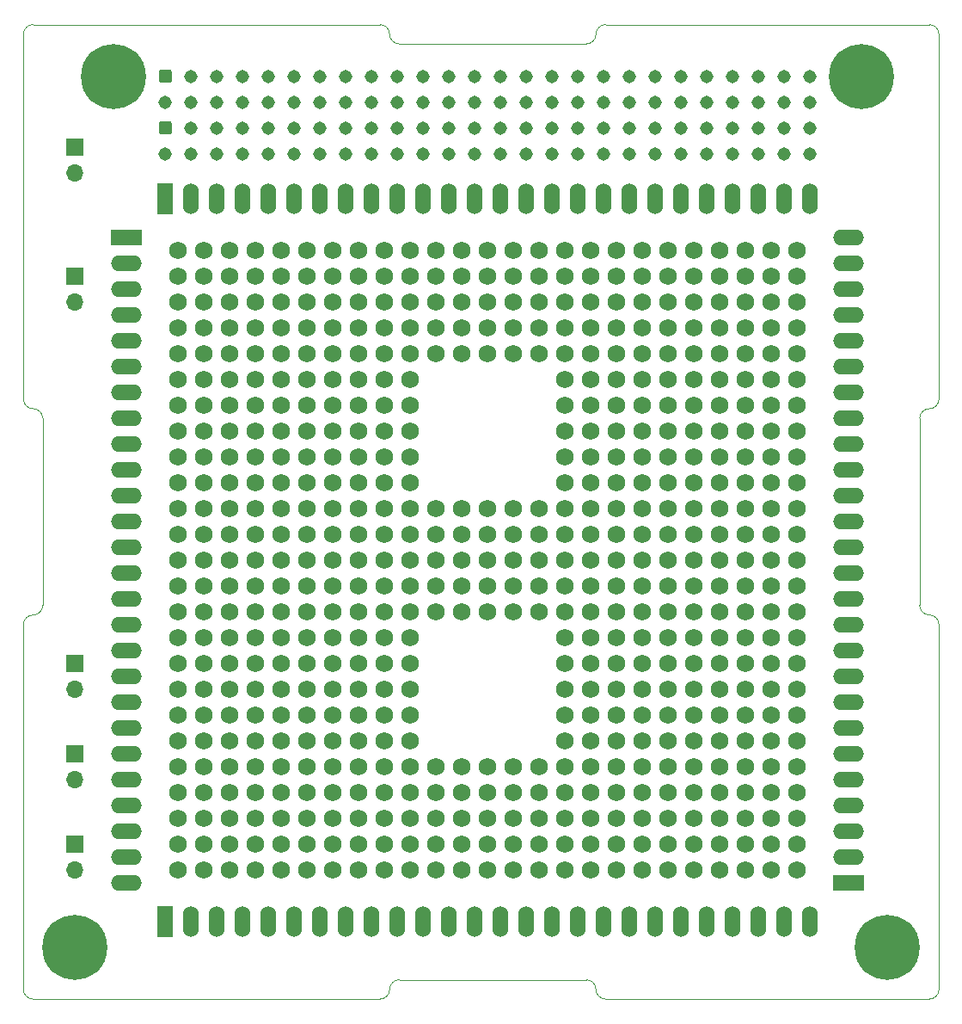
<source format=gbr>
G04 #@! TF.GenerationSoftware,KiCad,Pcbnew,(5.1.6)-1*
G04 #@! TF.CreationDate,2020-06-26T13:04:23+02:00*
G04 #@! TF.ProjectId,board_zero,626f6172-645f-47a6-9572-6f2e6b696361,1.0*
G04 #@! TF.SameCoordinates,Original*
G04 #@! TF.FileFunction,Soldermask,Bot*
G04 #@! TF.FilePolarity,Negative*
%FSLAX46Y46*%
G04 Gerber Fmt 4.6, Leading zero omitted, Abs format (unit mm)*
G04 Created by KiCad (PCBNEW (5.1.6)-1) date 2020-06-26 13:04:23*
%MOMM*%
%LPD*%
G01*
G04 APERTURE LIST*
G04 #@! TA.AperFunction,Profile*
%ADD10C,0.100000*%
G04 #@! TD*
%ADD11C,1.735000*%
%ADD12C,1.310000*%
%ADD13O,1.700000X1.700000*%
%ADD14R,1.700000X1.700000*%
%ADD15C,0.800000*%
%ADD16C,6.400000*%
%ADD17R,1.524000X3.048000*%
%ADD18O,1.524000X3.048000*%
%ADD19R,3.048000X1.524000*%
%ADD20O,3.048000X1.524000*%
G04 APERTURE END LIST*
D10*
X78930500Y-23495000D02*
G75*
G03*
X77978000Y-24447500I0J-952500D01*
G01*
X78930500Y-23495000D02*
X110807500Y-23495000D01*
X77025500Y-25400000D02*
G75*
G03*
X77978000Y-24447500I0J952500D01*
G01*
X57658000Y-24447500D02*
G75*
G03*
X58610500Y-25400000I952500J0D01*
G01*
X58610500Y-25400000D02*
X77025500Y-25400000D01*
X22542500Y-23495000D02*
X56705500Y-23495000D01*
X57658000Y-24447500D02*
G75*
G03*
X56705500Y-23495000I-952500J0D01*
G01*
X78930500Y-119380000D02*
X110807500Y-119380000D01*
X58610500Y-117475000D02*
X77025500Y-117475000D01*
X22542500Y-119380000D02*
X56705500Y-119380000D01*
X78930500Y-119380000D02*
G75*
G02*
X77978000Y-118427500I0J952500D01*
G01*
X77025500Y-117475000D02*
G75*
G02*
X77978000Y-118427500I0J-952500D01*
G01*
X57658000Y-118427500D02*
G75*
G02*
X58610500Y-117475000I952500J0D01*
G01*
X57658000Y-118427500D02*
G75*
G02*
X56705500Y-119380000I-952500J0D01*
G01*
X110807500Y-61290200D02*
G75*
G03*
X109855000Y-62242700I0J-952500D01*
G01*
X111760000Y-24447500D02*
X111760000Y-60337700D01*
X109855000Y-62242700D02*
X109855000Y-80632300D01*
X111760000Y-82537300D02*
X111760000Y-118427500D01*
X109855000Y-80632300D02*
G75*
G03*
X110807500Y-81584800I952500J0D01*
G01*
X111760000Y-82537300D02*
G75*
G03*
X110807500Y-81584800I-952500J0D01*
G01*
X110807500Y-61290200D02*
G75*
G03*
X111760000Y-60337700I0J952500D01*
G01*
X111760000Y-118427500D02*
G75*
G02*
X110807500Y-119380000I-952500J0D01*
G01*
X110807500Y-23495000D02*
G75*
G02*
X111760000Y-24447500I0J-952500D01*
G01*
X21590000Y-82537300D02*
X21590000Y-118427500D01*
X21590000Y-24447500D02*
X21590000Y-60337700D01*
X21590000Y-24447500D02*
G75*
G02*
X22542500Y-23495000I952500J0D01*
G01*
X23495000Y-62242700D02*
X23495000Y-80632300D01*
X22542500Y-61290200D02*
G75*
G02*
X21590000Y-60337700I0J952500D01*
G01*
X22542500Y-61290200D02*
G75*
G02*
X23495000Y-62242700I0J-952500D01*
G01*
X23495000Y-80632300D02*
G75*
G02*
X22542500Y-81584800I-952500J0D01*
G01*
X21590000Y-82537300D02*
G75*
G02*
X22542500Y-81584800I952500J0D01*
G01*
X22542500Y-119380000D02*
G75*
G02*
X21590000Y-118427500I0J952500D01*
G01*
D11*
X57150000Y-83820000D03*
X59690000Y-83820000D03*
X57150000Y-86360000D03*
X59690000Y-86360000D03*
X57150000Y-88900000D03*
X59690000Y-88900000D03*
X57150000Y-91440000D03*
X59690000Y-91440000D03*
X74930000Y-91440000D03*
X77470000Y-91440000D03*
X74930000Y-88900000D03*
X77470000Y-88900000D03*
X74930000Y-86360000D03*
X77470000Y-86360000D03*
X74930000Y-83820000D03*
X77470000Y-83820000D03*
X57150000Y-58420000D03*
X59690000Y-58420000D03*
X57150000Y-60960000D03*
X59690000Y-60960000D03*
X57150000Y-63500000D03*
X59690000Y-63500000D03*
X57150000Y-66040000D03*
X59690000Y-66040000D03*
X74930000Y-66040000D03*
X77470000Y-66040000D03*
X74930000Y-63500000D03*
X77470000Y-63500000D03*
X74930000Y-60960000D03*
X77470000Y-60960000D03*
X74930000Y-58420000D03*
X77470000Y-58420000D03*
X77470000Y-93980000D03*
X74930000Y-93980000D03*
X59690000Y-93980000D03*
X57150000Y-93980000D03*
X72390000Y-96520000D03*
X69850000Y-96520000D03*
X67310000Y-96520000D03*
X64770000Y-96520000D03*
X62230000Y-96520000D03*
X97790000Y-106680000D03*
X95250000Y-106680000D03*
X92710000Y-106680000D03*
X90170000Y-106680000D03*
X87630000Y-106680000D03*
X85090000Y-106680000D03*
X82550000Y-106680000D03*
X80010000Y-106680000D03*
X77470000Y-106680000D03*
X74930000Y-106680000D03*
X72390000Y-106680000D03*
X69850000Y-106680000D03*
X67310000Y-106680000D03*
X64770000Y-106680000D03*
X62230000Y-106680000D03*
X59690000Y-106680000D03*
X57150000Y-106680000D03*
X54610000Y-106680000D03*
X52070000Y-106680000D03*
X49530000Y-106680000D03*
X46990000Y-106680000D03*
X44450000Y-106680000D03*
X41910000Y-106680000D03*
X39370000Y-106680000D03*
X36830000Y-106680000D03*
X97790000Y-104140000D03*
X95250000Y-104140000D03*
X92710000Y-104140000D03*
X90170000Y-104140000D03*
X87630000Y-104140000D03*
X85090000Y-104140000D03*
X82550000Y-104140000D03*
X80010000Y-104140000D03*
X77470000Y-104140000D03*
X74930000Y-104140000D03*
X72390000Y-104140000D03*
X69850000Y-104140000D03*
X67310000Y-104140000D03*
X64770000Y-104140000D03*
X62230000Y-104140000D03*
X59690000Y-104140000D03*
X57150000Y-104140000D03*
X54610000Y-104140000D03*
X52070000Y-104140000D03*
X49530000Y-104140000D03*
X46990000Y-104140000D03*
X44450000Y-104140000D03*
X41910000Y-104140000D03*
X39370000Y-104140000D03*
X36830000Y-104140000D03*
X97790000Y-101600000D03*
X95250000Y-101600000D03*
X92710000Y-101600000D03*
X90170000Y-101600000D03*
X87630000Y-101600000D03*
X85090000Y-101600000D03*
X82550000Y-101600000D03*
X80010000Y-101600000D03*
X77470000Y-101600000D03*
X74930000Y-101600000D03*
X72390000Y-101600000D03*
X69850000Y-101600000D03*
X67310000Y-101600000D03*
X64770000Y-101600000D03*
X62230000Y-101600000D03*
X59690000Y-101600000D03*
X57150000Y-101600000D03*
X54610000Y-101600000D03*
X52070000Y-101600000D03*
X49530000Y-101600000D03*
X46990000Y-101600000D03*
X44450000Y-101600000D03*
X41910000Y-101600000D03*
X39370000Y-101600000D03*
X36830000Y-101600000D03*
X97790000Y-99060000D03*
X95250000Y-99060000D03*
X92710000Y-99060000D03*
X90170000Y-99060000D03*
X87630000Y-99060000D03*
X85090000Y-99060000D03*
X82550000Y-99060000D03*
X80010000Y-99060000D03*
X77470000Y-99060000D03*
X74930000Y-99060000D03*
X72390000Y-99060000D03*
X69850000Y-99060000D03*
X67310000Y-99060000D03*
X64770000Y-99060000D03*
X62230000Y-99060000D03*
X59690000Y-99060000D03*
X57150000Y-99060000D03*
X54610000Y-99060000D03*
X52070000Y-99060000D03*
X49530000Y-99060000D03*
X46990000Y-99060000D03*
X44450000Y-99060000D03*
X41910000Y-99060000D03*
X39370000Y-99060000D03*
X36830000Y-99060000D03*
X97790000Y-96520000D03*
X95250000Y-96520000D03*
X92710000Y-96520000D03*
X90170000Y-96520000D03*
X87630000Y-96520000D03*
X85090000Y-96520000D03*
X82550000Y-96520000D03*
X80010000Y-96520000D03*
X77470000Y-96520000D03*
X74930000Y-96520000D03*
X59690000Y-96520000D03*
X57150000Y-96520000D03*
X54610000Y-96520000D03*
X52070000Y-96520000D03*
X49530000Y-96520000D03*
X46990000Y-96520000D03*
X44450000Y-96520000D03*
X41910000Y-96520000D03*
X39370000Y-96520000D03*
X36830000Y-96520000D03*
X97790000Y-93980000D03*
X95250000Y-93980000D03*
X92710000Y-93980000D03*
X90170000Y-93980000D03*
X87630000Y-93980000D03*
X85090000Y-93980000D03*
X82550000Y-93980000D03*
X80010000Y-93980000D03*
X54610000Y-93980000D03*
X52070000Y-93980000D03*
X49530000Y-93980000D03*
X46990000Y-93980000D03*
X44450000Y-93980000D03*
X41910000Y-93980000D03*
X39370000Y-93980000D03*
X36830000Y-93980000D03*
X97790000Y-91440000D03*
X95250000Y-91440000D03*
X92710000Y-91440000D03*
X90170000Y-91440000D03*
X87630000Y-91440000D03*
X85090000Y-91440000D03*
X82550000Y-91440000D03*
X80010000Y-91440000D03*
X54610000Y-91440000D03*
X52070000Y-91440000D03*
X49530000Y-91440000D03*
X46990000Y-91440000D03*
X44450000Y-91440000D03*
X41910000Y-91440000D03*
X39370000Y-91440000D03*
X36830000Y-91440000D03*
X97790000Y-88900000D03*
X95250000Y-88900000D03*
X92710000Y-88900000D03*
X90170000Y-88900000D03*
X87630000Y-88900000D03*
X85090000Y-88900000D03*
X82550000Y-88900000D03*
X80010000Y-88900000D03*
X54610000Y-88900000D03*
X52070000Y-88900000D03*
X49530000Y-88900000D03*
X46990000Y-88900000D03*
X44450000Y-88900000D03*
X41910000Y-88900000D03*
X39370000Y-88900000D03*
X36830000Y-88900000D03*
X97790000Y-86360000D03*
X95250000Y-86360000D03*
X92710000Y-86360000D03*
X90170000Y-86360000D03*
X87630000Y-86360000D03*
X85090000Y-86360000D03*
X82550000Y-86360000D03*
X80010000Y-86360000D03*
X54610000Y-86360000D03*
X52070000Y-86360000D03*
X49530000Y-86360000D03*
X46990000Y-86360000D03*
X44450000Y-86360000D03*
X41910000Y-86360000D03*
X39370000Y-86360000D03*
X36830000Y-86360000D03*
X97790000Y-83820000D03*
X95250000Y-83820000D03*
X92710000Y-83820000D03*
X90170000Y-83820000D03*
X87630000Y-83820000D03*
X85090000Y-83820000D03*
X82550000Y-83820000D03*
X80010000Y-83820000D03*
X54610000Y-83820000D03*
X52070000Y-83820000D03*
X49530000Y-83820000D03*
X46990000Y-83820000D03*
X44450000Y-83820000D03*
X41910000Y-83820000D03*
X39370000Y-83820000D03*
X36830000Y-83820000D03*
X97790000Y-81280000D03*
X95250000Y-81280000D03*
X92710000Y-81280000D03*
X90170000Y-81280000D03*
X87630000Y-81280000D03*
X85090000Y-81280000D03*
X82550000Y-81280000D03*
X80010000Y-81280000D03*
X77470000Y-81280000D03*
X74930000Y-81280000D03*
X72390000Y-81280000D03*
X69850000Y-81280000D03*
X67310000Y-81280000D03*
X64770000Y-81280000D03*
X62230000Y-81280000D03*
X59690000Y-81280000D03*
X57150000Y-81280000D03*
X54610000Y-81280000D03*
X52070000Y-81280000D03*
X49530000Y-81280000D03*
X46990000Y-81280000D03*
X44450000Y-81280000D03*
X41910000Y-81280000D03*
X39370000Y-81280000D03*
X36830000Y-81280000D03*
X97790000Y-78740000D03*
X95250000Y-78740000D03*
X92710000Y-78740000D03*
X90170000Y-78740000D03*
X87630000Y-78740000D03*
X85090000Y-78740000D03*
X82550000Y-78740000D03*
X80010000Y-78740000D03*
X77470000Y-78740000D03*
X74930000Y-78740000D03*
X72390000Y-78740000D03*
X69850000Y-78740000D03*
X67310000Y-78740000D03*
X64770000Y-78740000D03*
X62230000Y-78740000D03*
X59690000Y-78740000D03*
X57150000Y-78740000D03*
X54610000Y-78740000D03*
X52070000Y-78740000D03*
X49530000Y-78740000D03*
X46990000Y-78740000D03*
X44450000Y-78740000D03*
X41910000Y-78740000D03*
X39370000Y-78740000D03*
X36830000Y-78740000D03*
X97790000Y-76200000D03*
X95250000Y-76200000D03*
X92710000Y-76200000D03*
X90170000Y-76200000D03*
X87630000Y-76200000D03*
X85090000Y-76200000D03*
X82550000Y-76200000D03*
X80010000Y-76200000D03*
X77470000Y-76200000D03*
X74930000Y-76200000D03*
X72390000Y-76200000D03*
X69850000Y-76200000D03*
X67310000Y-76200000D03*
X64770000Y-76200000D03*
X62230000Y-76200000D03*
X59690000Y-76200000D03*
X57150000Y-76200000D03*
X54610000Y-76200000D03*
X52070000Y-76200000D03*
X49530000Y-76200000D03*
X46990000Y-76200000D03*
X44450000Y-76200000D03*
X41910000Y-76200000D03*
X39370000Y-76200000D03*
X36830000Y-76200000D03*
X97790000Y-73660000D03*
X95250000Y-73660000D03*
X92710000Y-73660000D03*
X90170000Y-73660000D03*
X87630000Y-73660000D03*
X85090000Y-73660000D03*
X82550000Y-73660000D03*
X80010000Y-73660000D03*
X77470000Y-73660000D03*
X74930000Y-73660000D03*
X72390000Y-73660000D03*
X69850000Y-73660000D03*
X67310000Y-73660000D03*
X64770000Y-73660000D03*
X62230000Y-73660000D03*
X59690000Y-73660000D03*
X57150000Y-73660000D03*
X54610000Y-73660000D03*
X52070000Y-73660000D03*
X49530000Y-73660000D03*
X46990000Y-73660000D03*
X44450000Y-73660000D03*
X41910000Y-73660000D03*
X39370000Y-73660000D03*
X36830000Y-73660000D03*
X97790000Y-71120000D03*
X95250000Y-71120000D03*
X92710000Y-71120000D03*
X90170000Y-71120000D03*
X87630000Y-71120000D03*
X85090000Y-71120000D03*
X82550000Y-71120000D03*
X80010000Y-71120000D03*
X77470000Y-71120000D03*
X74930000Y-71120000D03*
X72390000Y-71120000D03*
X69850000Y-71120000D03*
X67310000Y-71120000D03*
X64770000Y-71120000D03*
X62230000Y-71120000D03*
X59690000Y-71120000D03*
X57150000Y-71120000D03*
X54610000Y-71120000D03*
X52070000Y-71120000D03*
X49530000Y-71120000D03*
X46990000Y-71120000D03*
X44450000Y-71120000D03*
X41910000Y-71120000D03*
X39370000Y-71120000D03*
X36830000Y-71120000D03*
X97790000Y-68580000D03*
X95250000Y-68580000D03*
X92710000Y-68580000D03*
X90170000Y-68580000D03*
X87630000Y-68580000D03*
X85090000Y-68580000D03*
X82550000Y-68580000D03*
X80010000Y-68580000D03*
X77470000Y-68580000D03*
X74930000Y-68580000D03*
X59690000Y-68580000D03*
X57150000Y-68580000D03*
X54610000Y-68580000D03*
X52070000Y-68580000D03*
X49530000Y-68580000D03*
X46990000Y-68580000D03*
X44450000Y-68580000D03*
X41910000Y-68580000D03*
X39370000Y-68580000D03*
X36830000Y-68580000D03*
X97790000Y-66040000D03*
X95250000Y-66040000D03*
X92710000Y-66040000D03*
X90170000Y-66040000D03*
X87630000Y-66040000D03*
X85090000Y-66040000D03*
X82550000Y-66040000D03*
X80010000Y-66040000D03*
X54610000Y-66040000D03*
X52070000Y-66040000D03*
X49530000Y-66040000D03*
X46990000Y-66040000D03*
X44450000Y-66040000D03*
X41910000Y-66040000D03*
X39370000Y-66040000D03*
X36830000Y-66040000D03*
X97790000Y-63500000D03*
X95250000Y-63500000D03*
X92710000Y-63500000D03*
X90170000Y-63500000D03*
X87630000Y-63500000D03*
X85090000Y-63500000D03*
X82550000Y-63500000D03*
X80010000Y-63500000D03*
X54610000Y-63500000D03*
X52070000Y-63500000D03*
X49530000Y-63500000D03*
X46990000Y-63500000D03*
X44450000Y-63500000D03*
X41910000Y-63500000D03*
X39370000Y-63500000D03*
X36830000Y-63500000D03*
X97790000Y-60960000D03*
X95250000Y-60960000D03*
X92710000Y-60960000D03*
X90170000Y-60960000D03*
X87630000Y-60960000D03*
X85090000Y-60960000D03*
X82550000Y-60960000D03*
X80010000Y-60960000D03*
X54610000Y-60960000D03*
X52070000Y-60960000D03*
X49530000Y-60960000D03*
X46990000Y-60960000D03*
X44450000Y-60960000D03*
X41910000Y-60960000D03*
X39370000Y-60960000D03*
X36830000Y-60960000D03*
X97790000Y-58420000D03*
X95250000Y-58420000D03*
X92710000Y-58420000D03*
X90170000Y-58420000D03*
X87630000Y-58420000D03*
X85090000Y-58420000D03*
X82550000Y-58420000D03*
X80010000Y-58420000D03*
X54610000Y-58420000D03*
X52070000Y-58420000D03*
X49530000Y-58420000D03*
X46990000Y-58420000D03*
X44450000Y-58420000D03*
X41910000Y-58420000D03*
X39370000Y-58420000D03*
X36830000Y-58420000D03*
X97790000Y-55880000D03*
X95250000Y-55880000D03*
X92710000Y-55880000D03*
X90170000Y-55880000D03*
X87630000Y-55880000D03*
X85090000Y-55880000D03*
X82550000Y-55880000D03*
X80010000Y-55880000D03*
X77470000Y-55880000D03*
X74930000Y-55880000D03*
X72390000Y-55880000D03*
X69850000Y-55880000D03*
X67310000Y-55880000D03*
X64770000Y-55880000D03*
X62230000Y-55880000D03*
X59690000Y-55880000D03*
X57150000Y-55880000D03*
X54610000Y-55880000D03*
X52070000Y-55880000D03*
X49530000Y-55880000D03*
X46990000Y-55880000D03*
X44450000Y-55880000D03*
X41910000Y-55880000D03*
X39370000Y-55880000D03*
X36830000Y-55880000D03*
X97790000Y-53340000D03*
X95250000Y-53340000D03*
X92710000Y-53340000D03*
X90170000Y-53340000D03*
X87630000Y-53340000D03*
X85090000Y-53340000D03*
X82550000Y-53340000D03*
X80010000Y-53340000D03*
X77470000Y-53340000D03*
X74930000Y-53340000D03*
X72390000Y-53340000D03*
X69850000Y-53340000D03*
X67310000Y-53340000D03*
X64770000Y-53340000D03*
X62230000Y-53340000D03*
X59690000Y-53340000D03*
X57150000Y-53340000D03*
X54610000Y-53340000D03*
X52070000Y-53340000D03*
X49530000Y-53340000D03*
X46990000Y-53340000D03*
X44450000Y-53340000D03*
X41910000Y-53340000D03*
X39370000Y-53340000D03*
X36830000Y-53340000D03*
X97790000Y-50800000D03*
X95250000Y-50800000D03*
X92710000Y-50800000D03*
X90170000Y-50800000D03*
X87630000Y-50800000D03*
X85090000Y-50800000D03*
X82550000Y-50800000D03*
X80010000Y-50800000D03*
X77470000Y-50800000D03*
X74930000Y-50800000D03*
X72390000Y-50800000D03*
X69850000Y-50800000D03*
X67310000Y-50800000D03*
X64770000Y-50800000D03*
X62230000Y-50800000D03*
X59690000Y-50800000D03*
X57150000Y-50800000D03*
X54610000Y-50800000D03*
X52070000Y-50800000D03*
X49530000Y-50800000D03*
X46990000Y-50800000D03*
X44450000Y-50800000D03*
X41910000Y-50800000D03*
X39370000Y-50800000D03*
X36830000Y-50800000D03*
X97790000Y-48260000D03*
X95250000Y-48260000D03*
X92710000Y-48260000D03*
X90170000Y-48260000D03*
X87630000Y-48260000D03*
X85090000Y-48260000D03*
X82550000Y-48260000D03*
X80010000Y-48260000D03*
X77470000Y-48260000D03*
X74930000Y-48260000D03*
X72390000Y-48260000D03*
X69850000Y-48260000D03*
X67310000Y-48260000D03*
X64770000Y-48260000D03*
X62230000Y-48260000D03*
X59690000Y-48260000D03*
X57150000Y-48260000D03*
X54610000Y-48260000D03*
X52070000Y-48260000D03*
X49530000Y-48260000D03*
X46990000Y-48260000D03*
X44450000Y-48260000D03*
X41910000Y-48260000D03*
X39370000Y-48260000D03*
X36830000Y-48260000D03*
X97790000Y-45720000D03*
X95250000Y-45720000D03*
X92710000Y-45720000D03*
X90170000Y-45720000D03*
X87630000Y-45720000D03*
X85090000Y-45720000D03*
X82550000Y-45720000D03*
X80010000Y-45720000D03*
X77470000Y-45720000D03*
X74930000Y-45720000D03*
X72390000Y-45720000D03*
X69850000Y-45720000D03*
X67310000Y-45720000D03*
X64770000Y-45720000D03*
X62230000Y-45720000D03*
X59690000Y-45720000D03*
X57150000Y-45720000D03*
X54610000Y-45720000D03*
X52070000Y-45720000D03*
X49530000Y-45720000D03*
X46990000Y-45720000D03*
X44450000Y-45720000D03*
X41910000Y-45720000D03*
X39370000Y-45720000D03*
X36830000Y-45720000D03*
D12*
X99060000Y-31115000D03*
X96520000Y-31115000D03*
X93980000Y-31115000D03*
X91440000Y-31115000D03*
X88900000Y-31115000D03*
X86360000Y-31115000D03*
X83820000Y-31115000D03*
X81280000Y-31115000D03*
X78740000Y-31115000D03*
X76200000Y-31115000D03*
X73660000Y-31115000D03*
X71120000Y-31115000D03*
X68580000Y-31115000D03*
X66040000Y-31115000D03*
X63500000Y-31115000D03*
X60960000Y-31115000D03*
X58420000Y-31115000D03*
X55880000Y-31115000D03*
X53340000Y-31115000D03*
X50800000Y-31115000D03*
X48260000Y-31115000D03*
X45720000Y-31115000D03*
X43180000Y-31115000D03*
X40640000Y-31115000D03*
X38100000Y-31115000D03*
X35560000Y-31115000D03*
X99060000Y-28575000D03*
X96520000Y-28575000D03*
X93980000Y-28575000D03*
X91440000Y-28575000D03*
X88900000Y-28575000D03*
X86360000Y-28575000D03*
X83820000Y-28575000D03*
X81280000Y-28575000D03*
X78740000Y-28575000D03*
X76200000Y-28575000D03*
X73660000Y-28575000D03*
X71120000Y-28575000D03*
X68580000Y-28575000D03*
X66040000Y-28575000D03*
X63500000Y-28575000D03*
X60960000Y-28575000D03*
X58420000Y-28575000D03*
X55880000Y-28575000D03*
X53340000Y-28575000D03*
X50800000Y-28575000D03*
X48260000Y-28575000D03*
X45720000Y-28575000D03*
X43180000Y-28575000D03*
X40640000Y-28575000D03*
X38100000Y-28575000D03*
G36*
G01*
X34905000Y-28980000D02*
X34905000Y-28170000D01*
G75*
G02*
X35155000Y-27920000I250000J0D01*
G01*
X35965000Y-27920000D01*
G75*
G02*
X36215000Y-28170000I0J-250000D01*
G01*
X36215000Y-28980000D01*
G75*
G02*
X35965000Y-29230000I-250000J0D01*
G01*
X35155000Y-29230000D01*
G75*
G02*
X34905000Y-28980000I0J250000D01*
G01*
G37*
D13*
X26670000Y-106680000D03*
D14*
X26670000Y-104140000D03*
D13*
X26670000Y-97790000D03*
D14*
X26670000Y-95250000D03*
D13*
X26670000Y-88900000D03*
D14*
X26670000Y-86360000D03*
X26670000Y-35560000D03*
D13*
X26670000Y-38100000D03*
X26670000Y-50800000D03*
D14*
X26670000Y-48260000D03*
D12*
X99060000Y-36195000D03*
X96520000Y-36195000D03*
X93980000Y-36195000D03*
X91440000Y-36195000D03*
X88900000Y-36195000D03*
X86360000Y-36195000D03*
X83820000Y-36195000D03*
X81280000Y-36195000D03*
X78740000Y-36195000D03*
X76200000Y-36195000D03*
X73660000Y-36195000D03*
X71120000Y-36195000D03*
X68580000Y-36195000D03*
X66040000Y-36195000D03*
X63500000Y-36195000D03*
X60960000Y-36195000D03*
X58420000Y-36195000D03*
X55880000Y-36195000D03*
X53340000Y-36195000D03*
X50800000Y-36195000D03*
X48260000Y-36195000D03*
X45720000Y-36195000D03*
X43180000Y-36195000D03*
X40640000Y-36195000D03*
X38100000Y-36195000D03*
X35560000Y-36195000D03*
X99060000Y-33655000D03*
X96520000Y-33655000D03*
X93980000Y-33655000D03*
X91440000Y-33655000D03*
X88900000Y-33655000D03*
X86360000Y-33655000D03*
X83820000Y-33655000D03*
X81280000Y-33655000D03*
X78740000Y-33655000D03*
X76200000Y-33655000D03*
X73660000Y-33655000D03*
X71120000Y-33655000D03*
X68580000Y-33655000D03*
X66040000Y-33655000D03*
X63500000Y-33655000D03*
X60960000Y-33655000D03*
X58420000Y-33655000D03*
X55880000Y-33655000D03*
X53340000Y-33655000D03*
X50800000Y-33655000D03*
X48260000Y-33655000D03*
X45720000Y-33655000D03*
X43180000Y-33655000D03*
X40640000Y-33655000D03*
X38100000Y-33655000D03*
G36*
G01*
X34905000Y-34060000D02*
X34905000Y-33250000D01*
G75*
G02*
X35155000Y-33000000I250000J0D01*
G01*
X35965000Y-33000000D01*
G75*
G02*
X36215000Y-33250000I0J-250000D01*
G01*
X36215000Y-34060000D01*
G75*
G02*
X35965000Y-34310000I-250000J0D01*
G01*
X35155000Y-34310000D01*
G75*
G02*
X34905000Y-34060000I0J250000D01*
G01*
G37*
D15*
X28367056Y-112602944D03*
X26670000Y-111900000D03*
X24972944Y-112602944D03*
X24270000Y-114300000D03*
X24972944Y-115997056D03*
X26670000Y-116700000D03*
X28367056Y-115997056D03*
X29070000Y-114300000D03*
D16*
X26670000Y-114300000D03*
D15*
X108377056Y-112602944D03*
X106680000Y-111900000D03*
X104982944Y-112602944D03*
X104280000Y-114300000D03*
X104982944Y-115997056D03*
X106680000Y-116700000D03*
X108377056Y-115997056D03*
X109080000Y-114300000D03*
D16*
X106680000Y-114300000D03*
D15*
X105837056Y-26877944D03*
X104140000Y-26175000D03*
X102442944Y-26877944D03*
X101740000Y-28575000D03*
X102442944Y-30272056D03*
X104140000Y-30975000D03*
X105837056Y-30272056D03*
X106540000Y-28575000D03*
D16*
X104140000Y-28575000D03*
D15*
X32177056Y-26877944D03*
X30480000Y-26175000D03*
X28782944Y-26877944D03*
X28080000Y-28575000D03*
X28782944Y-30272056D03*
X30480000Y-30975000D03*
X32177056Y-30272056D03*
X32880000Y-28575000D03*
D16*
X30480000Y-28575000D03*
D17*
X35560000Y-111760000D03*
D18*
X38100000Y-111760000D03*
X40640000Y-111760000D03*
X43180000Y-111760000D03*
X45720000Y-111760000D03*
X48260000Y-111760000D03*
X50800000Y-111760000D03*
X53340000Y-111760000D03*
X55880000Y-111760000D03*
X58420000Y-111760000D03*
X60960000Y-111760000D03*
X63500000Y-111760000D03*
X66040000Y-111760000D03*
X68580000Y-111760000D03*
X71120000Y-111760000D03*
X73660000Y-111760000D03*
X76200000Y-111760000D03*
X78740000Y-111760000D03*
X81280000Y-111760000D03*
X83820000Y-111760000D03*
X86360000Y-111760000D03*
X88900000Y-111760000D03*
X91440000Y-111760000D03*
X93980000Y-111760000D03*
X96520000Y-111760000D03*
X99060000Y-111760000D03*
D19*
X102870000Y-107950000D03*
D20*
X102870000Y-105410000D03*
X102870000Y-102870000D03*
X102870000Y-100330000D03*
X102870000Y-97790000D03*
X102870000Y-95250000D03*
X102870000Y-92710000D03*
X102870000Y-90170000D03*
X102870000Y-87630000D03*
X102870000Y-85090000D03*
X102870000Y-82550000D03*
X102870000Y-80010000D03*
X102870000Y-77470000D03*
X102870000Y-74930000D03*
X102870000Y-72390000D03*
X102870000Y-69850000D03*
X102870000Y-67310000D03*
X102870000Y-64770000D03*
X102870000Y-62230000D03*
X102870000Y-59690000D03*
X102870000Y-57150000D03*
X102870000Y-54610000D03*
X102870000Y-52070000D03*
X102870000Y-49530000D03*
X102870000Y-46990000D03*
X102870000Y-44450000D03*
X31750000Y-107950000D03*
X31750000Y-105410000D03*
X31750000Y-102870000D03*
X31750000Y-100330000D03*
X31750000Y-97790000D03*
X31750000Y-95250000D03*
X31750000Y-92710000D03*
X31750000Y-90170000D03*
X31750000Y-87630000D03*
X31750000Y-85090000D03*
X31750000Y-82550000D03*
X31750000Y-80010000D03*
X31750000Y-77470000D03*
X31750000Y-74930000D03*
X31750000Y-72390000D03*
X31750000Y-69850000D03*
X31750000Y-67310000D03*
X31750000Y-64770000D03*
X31750000Y-62230000D03*
X31750000Y-59690000D03*
X31750000Y-57150000D03*
X31750000Y-54610000D03*
X31750000Y-52070000D03*
X31750000Y-49530000D03*
X31750000Y-46990000D03*
D19*
X31750000Y-44450000D03*
D17*
X35560000Y-40640000D03*
D18*
X38100000Y-40640000D03*
X40640000Y-40640000D03*
X43180000Y-40640000D03*
X45720000Y-40640000D03*
X48260000Y-40640000D03*
X50800000Y-40640000D03*
X53340000Y-40640000D03*
X55880000Y-40640000D03*
X58420000Y-40640000D03*
X60960000Y-40640000D03*
X63500000Y-40640000D03*
X66040000Y-40640000D03*
X68580000Y-40640000D03*
X71120000Y-40640000D03*
X73660000Y-40640000D03*
X76200000Y-40640000D03*
X78740000Y-40640000D03*
X81280000Y-40640000D03*
X83820000Y-40640000D03*
X86360000Y-40640000D03*
X88900000Y-40640000D03*
X91440000Y-40640000D03*
X93980000Y-40640000D03*
X96520000Y-40640000D03*
X99060000Y-40640000D03*
M02*

</source>
